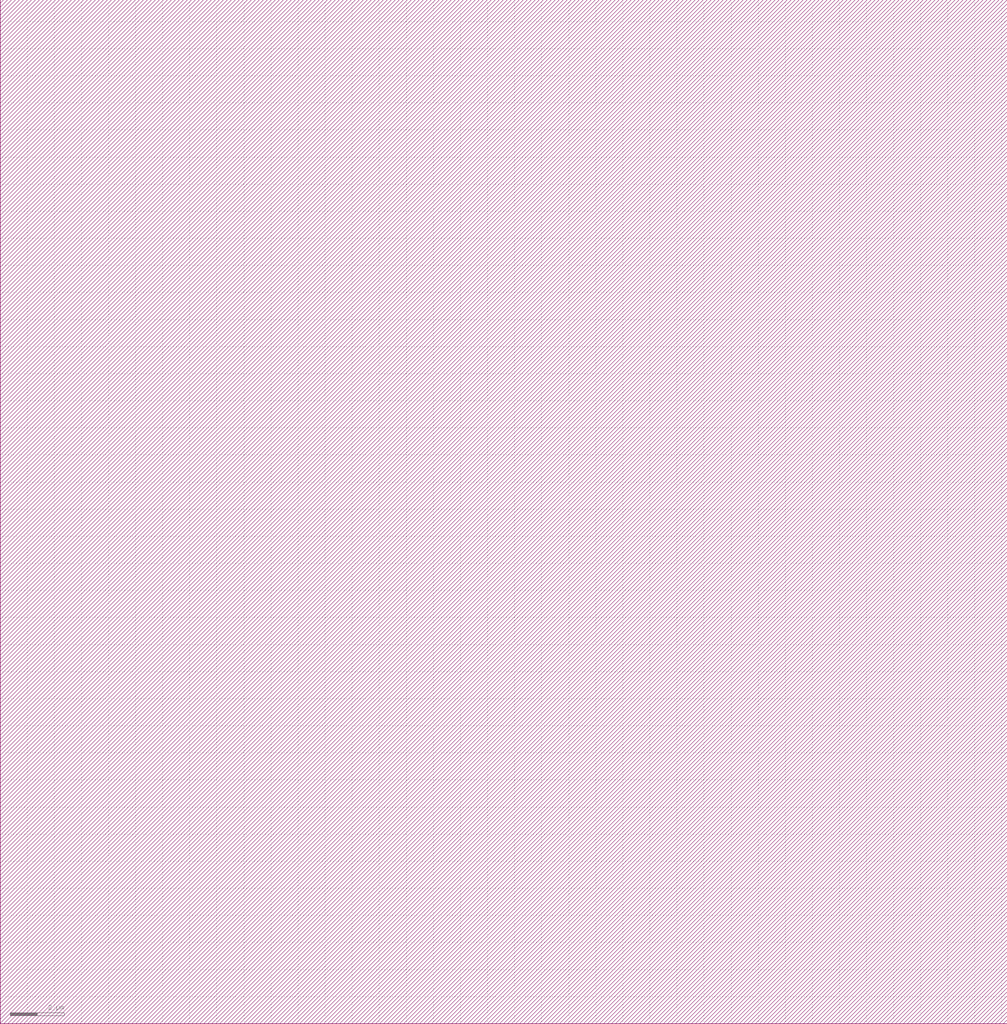
<source format=lef>
VERSION 5.6 ;

BUSBITCHARS "[]" ;

DIVIDERCHAR "/" ;

UNITS
    DATABASE MICRONS 1000 ;
END UNITS

MANUFACTURINGGRID 0.005000 ; 

CLEARANCEMEASURE EUCLIDEAN ; 

USEMINSPACING OBS ON ; 

SITE CoreSite
    CLASS CORE ;
    SIZE 0.600000 BY 0.300000 ;
END CoreSite

LAYER li
   TYPE ROUTING ;
   DIRECTION VERTICAL ;
   MINWIDTH 0.300000 ;
   AREA 0.056250 ;
   WIDTH 0.300000 ;
   SPACINGTABLE
      PARALLELRUNLENGTH 0.0
      WIDTH 0.0 0.225000 ;
   PITCH 0.600000 0.600000 ;
END li

LAYER mcon
    TYPE CUT ;
    SPACING 0.225000 ;
    WIDTH 0.300000 ;
    ENCLOSURE ABOVE 0.075000 0.075000 ;
    ENCLOSURE BELOW 0.000000 0.000000 ;
END mcon

LAYER met1
   TYPE ROUTING ;
   DIRECTION HORIZONTAL ;
   MINWIDTH 0.150000 ;
   AREA 0.084375 ;
   WIDTH 0.150000 ;
   SPACINGTABLE
      PARALLELRUNLENGTH 0.0
      WIDTH 0.0 0.150000 ;
   PITCH 0.300000 0.300000 ;
END met1

LAYER v1
    TYPE CUT ;
    SPACING 0.075000 ;
    WIDTH 0.300000 ;
    ENCLOSURE ABOVE 0.075000 0.075000 ;
    ENCLOSURE BELOW 0.075000 0.075000 ;
END v1

LAYER met2
   TYPE ROUTING ;
   DIRECTION VERTICAL ;
   MINWIDTH 0.150000 ;
   AREA 0.073125 ;
   WIDTH 0.150000 ;
   SPACINGTABLE
      PARALLELRUNLENGTH 0.0
      WIDTH 0.0 0.150000 ;
   PITCH 0.300000 0.300000 ;
END met2

LAYER v2
    TYPE CUT ;
    SPACING 0.150000 ;
    WIDTH 0.300000 ;
    ENCLOSURE ABOVE 0.075000 0.075000 ;
    ENCLOSURE BELOW 0.075000 0.000000 ;
END v2

LAYER met3
   TYPE ROUTING ;
   DIRECTION HORIZONTAL ;
   MINWIDTH 0.300000 ;
   AREA 0.241875 ;
   WIDTH 0.300000 ;
   SPACINGTABLE
      PARALLELRUNLENGTH 0.0
      WIDTH 0.0 0.300000 ;
   PITCH 0.600000 0.600000 ;
END met3

LAYER v3
    TYPE CUT ;
    SPACING 0.150000 ;
    WIDTH 0.450000 ;
    ENCLOSURE ABOVE 0.075000 0.075000 ;
    ENCLOSURE BELOW 0.075000 0.000000 ;
END v3

LAYER met4
   TYPE ROUTING ;
   DIRECTION VERTICAL ;
   MINWIDTH 0.300000 ;
   AREA 0.241875 ;
   WIDTH 0.300000 ;
   SPACINGTABLE
      PARALLELRUNLENGTH 0.0
      WIDTH 0.0 0.300000 ;
   PITCH 0.600000 0.600000 ;
END met4

LAYER v4
    TYPE CUT ;
    SPACING 0.450000 ;
    WIDTH 1.200000 ;
    ENCLOSURE ABOVE 0.150000 0.150000 ;
    ENCLOSURE BELOW 0.000000 0.000000 ;
END v4

LAYER met5
   TYPE ROUTING ;
   DIRECTION HORIZONTAL ;
   MINWIDTH 1.650000 ;
   AREA 4.005000 ;
   WIDTH 1.650000 ;
   SPACINGTABLE
      PARALLELRUNLENGTH 0.0
      WIDTH 0.0 1.650000 ;
   PITCH 3.300000 3.300000 ;
END met5

LAYER OVERLAP
   TYPE OVERLAP ;
END OVERLAP

VIA mcon_C DEFAULT
   LAYER li ;
     RECT -0.150000 -0.150000 0.150000 0.150000 ;
   LAYER mcon ;
     RECT -0.150000 -0.150000 0.150000 0.150000 ;
   LAYER met1 ;
     RECT -0.225000 -0.225000 0.225000 0.225000 ;
END mcon_C

VIA v1_C DEFAULT
   LAYER met1 ;
     RECT -0.225000 -0.225000 0.225000 0.225000 ;
   LAYER v1 ;
     RECT -0.150000 -0.150000 0.150000 0.150000 ;
   LAYER met2 ;
     RECT -0.225000 -0.225000 0.225000 0.225000 ;
END v1_C

VIA v2_C DEFAULT
   LAYER met2 ;
     RECT -0.150000 -0.225000 0.150000 0.225000 ;
   LAYER v2 ;
     RECT -0.150000 -0.150000 0.150000 0.150000 ;
   LAYER met3 ;
     RECT -0.225000 -0.225000 0.225000 0.225000 ;
END v2_C

VIA v2_Ch
   LAYER met2 ;
     RECT -0.225000 -0.150000 0.225000 0.150000 ;
   LAYER v2 ;
     RECT -0.150000 -0.150000 0.150000 0.150000 ;
   LAYER met3 ;
     RECT -0.225000 -0.225000 0.225000 0.225000 ;
END v2_Ch

VIA v2_Cv
   LAYER met2 ;
     RECT -0.150000 -0.225000 0.150000 0.225000 ;
   LAYER v2 ;
     RECT -0.150000 -0.150000 0.150000 0.150000 ;
   LAYER met3 ;
     RECT -0.225000 -0.225000 0.225000 0.225000 ;
END v2_Cv

VIA v3_C DEFAULT
   LAYER met3 ;
     RECT -0.300000 -0.225000 0.300000 0.225000 ;
   LAYER v3 ;
     RECT -0.225000 -0.225000 0.225000 0.225000 ;
   LAYER met4 ;
     RECT -0.300000 -0.300000 0.300000 0.300000 ;
END v3_C

VIA v3_Ch
   LAYER met3 ;
     RECT -0.300000 -0.225000 0.300000 0.225000 ;
   LAYER v3 ;
     RECT -0.225000 -0.225000 0.225000 0.225000 ;
   LAYER met4 ;
     RECT -0.300000 -0.300000 0.300000 0.300000 ;
END v3_Ch

VIA v3_Cv
   LAYER met3 ;
     RECT -0.300000 -0.225000 0.300000 0.225000 ;
   LAYER v3 ;
     RECT -0.225000 -0.225000 0.225000 0.225000 ;
   LAYER met4 ;
     RECT -0.300000 -0.300000 0.300000 0.300000 ;
END v3_Cv

VIA v4_C DEFAULT
   LAYER met4 ;
     RECT -0.600000 -0.600000 0.600000 0.600000 ;
   LAYER v4 ;
     RECT -0.600000 -0.600000 0.600000 0.600000 ;
   LAYER met5 ;
     RECT -0.750000 -0.750000 0.750000 0.750000 ;
END v4_C

MACRO _0_0cell_0_0ginvx0
    CLASS CORE ;
    FOREIGN _0_0cell_0_0ginvx0 0.000000 0.000000 ;
    ORIGIN 0.000000 0.000000 ;
    SIZE 2.400000 BY 2.700000 ;
    SYMMETRY X Y ;
    SITE CoreSite ;
    PIN in_50_6
        DIRECTION INPUT ;
        USE SIGNAL ;
        PORT
        LAYER li ;
        RECT 0.600000 2.325000 0.900000 2.400000 ;
        RECT 0.600000 2.100000 0.675000 2.325000 ;
        RECT 0.675000 2.100000 0.900000 2.325000 ;
        RECT 1.200000 1.125000 1.425000 1.350000 ;
        RECT 1.425000 1.125000 1.800000 1.350000 ;
        RECT 1.725000 1.350000 2.100000 1.425000 ;
        RECT 1.800000 1.125000 2.025000 1.350000 ;
        RECT 1.725000 1.050000 2.100000 1.125000 ;
        RECT 2.025000 1.125000 2.100000 1.350000 ;
        LAYER mcon ;
        RECT 0.675000 2.100000 0.900000 2.325000 ;
        RECT 1.200000 1.125000 1.425000 1.350000 ;
        LAYER met1 ;
        RECT 0.600000 2.325000 0.975000 2.400000 ;
        RECT 0.600000 2.100000 0.675000 2.325000 ;
        RECT 0.600000 2.025000 0.975000 2.100000 ;
        RECT 0.675000 2.100000 0.900000 2.325000 ;
        RECT 0.675000 1.350000 0.900000 2.025000 ;
        RECT 0.675000 1.125000 1.200000 1.350000 ;
        RECT 0.900000 2.100000 0.975000 2.325000 ;
        RECT 1.200000 1.125000 1.425000 1.350000 ;
        RECT 1.125000 1.050000 1.500000 1.125000 ;
        RECT 1.125000 1.350000 1.500000 1.425000 ;
        RECT 1.425000 1.125000 1.500000 1.350000 ;
        END
        ANTENNAGATEAREA 0.135000 ;
    END in_50_6
    PIN out
        DIRECTION OUTPUT ;
        USE SIGNAL ;
        PORT
        LAYER li ;
        RECT 0.600000 0.300000 0.900000 0.600000 ;
        RECT 0.675000 1.725000 0.900000 1.800000 ;
        RECT 0.675000 1.500000 0.900000 1.725000 ;
        RECT 0.675000 0.825000 0.900000 1.500000 ;
        RECT 0.675000 0.600000 0.900000 0.825000 ;
        END
        ANTENNADIFFAREA 0.337500 ;
    END out
    PIN Vdd
        DIRECTION INPUT ;
        USE POWER ;
        PORT
        LAYER li ;
        RECT 1.125000 1.575000 1.200000 1.800000 ;
        RECT 1.200000 2.100000 1.500000 2.400000 ;
        RECT 1.200000 1.800000 1.425000 2.100000 ;
        RECT 1.200000 1.575000 1.425000 1.800000 ;
        RECT 1.425000 1.575000 1.500000 1.800000 ;
        END
        ANTENNADIFFAREA 0.168750 ;
    END Vdd
    PIN GND
        DIRECTION INPUT ;
        USE GROUND ;
        PORT
        LAYER li ;
        RECT 1.125000 0.600000 1.200000 0.825000 ;
        RECT 1.200000 0.600000 1.425000 0.825000 ;
        RECT 1.425000 0.600000 1.800000 0.825000 ;
        RECT 1.800000 2.325000 2.100000 2.400000 ;
        RECT 1.800000 2.100000 2.025000 2.325000 ;
        RECT 1.800000 0.600000 2.025000 0.825000 ;
        RECT 2.025000 2.100000 2.100000 2.325000 ;
        LAYER mcon ;
        RECT 1.800000 2.100000 2.025000 2.325000 ;
        RECT 1.800000 0.600000 2.025000 0.825000 ;
        LAYER met1 ;
        RECT 1.725000 2.325000 2.100000 2.400000 ;
        RECT 1.725000 2.100000 1.800000 2.325000 ;
        RECT 1.725000 0.825000 2.100000 0.900000 ;
        RECT 1.725000 0.600000 1.800000 0.825000 ;
        RECT 1.725000 0.525000 2.100000 0.600000 ;
        RECT 1.800000 2.100000 2.025000 2.325000 ;
        RECT 1.725000 2.025000 2.100000 2.100000 ;
        RECT 1.800000 0.900000 2.025000 2.025000 ;
        RECT 1.800000 0.600000 2.025000 0.825000 ;
        RECT 2.025000 2.100000 2.100000 2.325000 ;
        RECT 2.025000 0.600000 2.100000 0.825000 ;
        END
        ANTENNADIFFAREA 0.168750 ;
    END GND
END _0_0cell_0_0ginvx0

MACRO welltap_svt
    CLASS CORE WELLTAP ;
    FOREIGN welltap_svt 0.000000 0.000000 ;
    ORIGIN 0.000000 0.000000 ;
    SIZE 1.200000 BY 2.100000 ;
    SYMMETRY X Y ;
    SITE CoreSite ;
    PIN Vdd
        DIRECTION INPUT ;
        USE POWER ;
        PORT
        LAYER li ;
        RECT 0.600000 1.500000 0.900000 1.800000 ;
        END
    END Vdd
    PIN GND
        DIRECTION INPUT ;
        USE GROUND ;
        PORT
        LAYER li ;
        RECT 0.600000 0.300000 0.900000 0.600000 ;
        END
    END GND
END welltap_svt

MACRO circuitppnp
   CLASS CORE ;
   FOREIGN circuitppnp 0.000000 0.000000 ;
   ORIGIN 0.000000 0.000000 ; 
   SIZE 37.200000 BY 37.800000 ; 
   SYMMETRY X Y ;
   SITE CoreSite ;
END circuitppnp

MACRO circuitwell
   CLASS CORE ;
   FOREIGN circuitwell 0.000000 0.000000 ;
   ORIGIN 0.000000 0.000000 ; 
   SIZE 37.200000 BY 37.800000 ; 
   SYMMETRY X Y ;
   SITE CoreSite ;
END circuitwell


</source>
